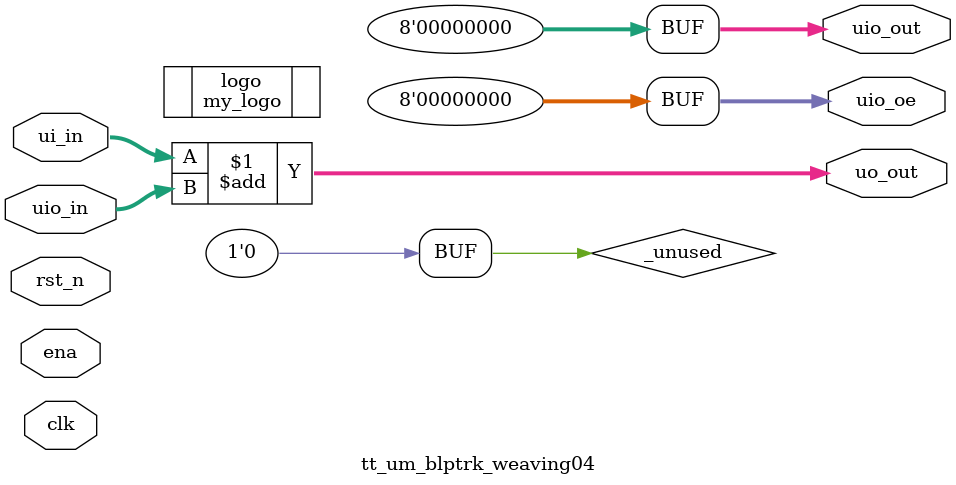
<source format=v>
/*
 * Copyright (c) 2024 Your Name
 * SPDX-License-Identifier: Apache-2.0
 */

`default_nettype none

(* blackbox *) (* keep *)
module my_logo ();
endmodule

module tt_um_blptrk_weaving04 (
    input  wire [7:0] ui_in,    // Dedicated inputs
    output wire [7:0] uo_out,   // Dedicated outputs
    input  wire [7:0] uio_in,   // IOs: Input path
    output wire [7:0] uio_out,  // IOs: Output path
    output wire [7:0] uio_oe,   // IOs: Enable path (active high: 0=input, 1=output)
    input  wire       ena,      // always 1 when the design is powered, so you can ignore it
    input  wire       clk,      // clock
    input  wire       rst_n     // reset_n - low to reset
);

  (* keep *)
  my_logo logo();

  // All output pins must be assigned. If not used, assign to 0.
  assign uo_out  = ui_in + uio_in;  // Example: ou_out is the sum of ui_in and uio_in
  assign uio_out = 0;
  assign uio_oe  = 0;

  // List all unused inputs to prevent warnings
  wire _unused = &{ena, clk, rst_n, 1'b0};

endmodule

</source>
